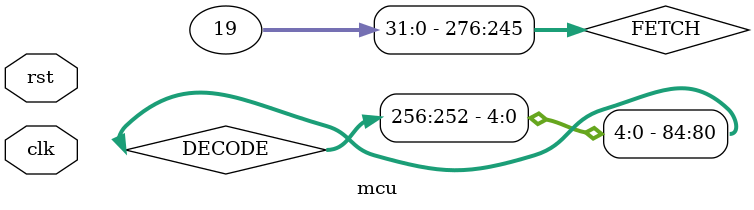
<source format=sv>
`timescale 1ns / 1ps
typedef struct packed {
    // data
    logic [31:0]    pc_jalr,
                    pc_branch,
                    pc_jal;
    logic [31:0]    instr, //current instruction
                    pc, // current pc
                    pc_4; // pc + 4
    logic [31:0]    rs1, //read out from regfile
                    rs2, //read out from regfile 2
                    imm; // generated immediate
    logic [4:0]     rf_wa; //write address for regfile
    logic [31:0]    alu_res, //result of ALU
                    mem_data; //data read from memory
    // ctrl
    logic [2:0]     pc_ctrl; //mux control for PC
    logic [2:0]     imm_ctrl; //mux control for Immediate Gen
    logic           rf_we; //write enable for regfile
    logic [1:0]     rf_wr_ctrl; //mux control for regfile
    logic           alu_a_ctrl, //mux control for a input to ALU
                    alu_b_ctrl; //mux control for b input to ALU
    logic [3:0]     alu_ctrl; //mux control for ALU operation
    logic           mem_we; //write enable to memory
} preg_t; //pipelined register

module mcu(
    input clk, rst
    );

    preg_t          FETCH, DECODE, EXEC, MEM, WRITE; //pipelined registers for each stage
    wire            br_eq, br_lt, br_ltu; //branch condition outputs
    wire [2:0]      pc_ctrl;
    wire            pc_we_raw;
    wire            pc_we;
    wire            alu_zero; //whether ALU returns 0
    wire [1:0] exec_fw_a , exec_fw_b;
    wire       dec_fw_a , dec_fw_b;
    wire imem_ctrl;
    logic [31:0]    d_instr;
    
    initial begin //initialize nops in each pipline register
        FETCH.instr <= 32'h00000013;
        DECODE.instr <= 32'h00000013;
        EXEC.instr <= 32'h00000013;
        MEM.instr <= 32'h00000013;
        WRITE.instr <= 32'h00000013;
    end
    
    pc PC( // program counter
        clk, 
        rst,
        pc_we,
        
        pc_ctrl,
        DECODE.pc_jalr,
        DECODE.pc_branch,
        DECODE.pc_jal,
        //outputs
        FETCH.pc,
        FETCH.pc_4
    );
    
    imem IMEM( //instruction memory
        FETCH.pc,
        imem_ctrl,
        //outputs
        FETCH.instr
    );
    
    always_ff @(posedge clk) begin
        DECODE.instr <= d_instr; //propogate stages
        DECODE.pc <= FETCH.pc;
        DECODE.pc_4 <= FETCH.pc_4;
    end
    
    stall_unit STALL_UNIT(
        FETCH.instr,
        DECODE.rf_wr_ctrl,
        DECODE.rf_wa,
        EXEC.rf_wr_ctrl,
        EXEC.rf_wa,
        pc_we_raw,
        
        d_instr,
        pc_we
    );
    
    branch_cond_gen BRANCH_COND_GEN( //branch condition generator
        DECODE.rs1, //read 1 from regfile
        DECODE.rs2, //read 2 from regfile
        //outputs
        br_eq, //branch condition checks
        br_lt,
        br_ltu
    );

    ctrl_unit CTRL_UNIT( //control unit for pipeline registers
        br_eq, //branch conditions
        br_lt,
        br_ltu,
        DECODE.instr[6:0], //inputting opcodes separately
        DECODE.instr[30],
        DECODE.instr[14:12],
        //outputs        
        DECODE.alu_ctrl, //ALU operation mux
        pc_ctrl, //PC mux
        DECODE.alu_a_ctrl, //ALU input muxes
        DECODE.alu_b_ctrl, 
        DECODE.rf_wr_ctrl, //regfile write mux
        DECODE.imm_ctrl, //immediate generator mux
        DECODE.mem_we, //memory write enable
        DECODE.rf_we, //regfile write enable
        imem_ctrl,
        pc_we_raw
    );
    
    regfile REGFILE(
        clk,
        WRITE.rf_we, //regfile write enable (during write stage)
        DECODE.instr[19:15], //instruction pieces
        DECODE.instr[24:20],
        WRITE.rf_wa, //regfile write address (during write stage)
        
        WRITE.rf_wr_ctrl, //regfile input mux control 
        WRITE.alu_res, //ALU result
        WRITE.mem_data, //data read from memory
        WRITE.pc_4, //pc + 4
        
        dec_fw_a,
        dec_fw_a,
        MEM.alu_res,
        
        //outputs
        DECODE.rs1, //read registers (during DECODE stage)
        DECODE.rs2 
    );
    
    imm_gen IMM_GEN( //immediate generator
        DECODE.instr, //instruction
        DECODE.imm_ctrl, //immediate selector
        //outputs
        DECODE.imm //immediate (selected by a MUX based on immctrl based on instr)
    );
    
    branch_addr_gen BRANCH_GEN( //branch address generator
        DECODE.pc, //pc
        DECODE.rs1, //read 1 from regfile
        DECODE.imm, //generated immediate
        //outputs
        DECODE.pc_jalr, //pc mux inputs
        DECODE.pc_branch,
        DECODE.pc_jal
    );
    assign DECODE.rf_wa = DECODE.instr[11:7]; //set write address during DECODE stage
    
    always_ff @(posedge clk) begin
        EXEC.pc_jalr <= DECODE.pc_jalr; //propogate information to next pipeline register
        EXEC.pc_branch <= DECODE.pc_branch;
        EXEC.pc_jal <= DECODE.pc_jal;
        EXEC.instr <= DECODE.instr;
        EXEC.pc <= DECODE.pc;
        EXEC.pc_4 <= DECODE.pc_4;
        EXEC.rs1 <= DECODE.rs1;
        EXEC.rs2 <= DECODE.rs2;
        EXEC.imm <= DECODE.imm;
        EXEC.rf_wa <= DECODE.rf_wa;
        EXEC.mem_data <= DECODE.mem_data;
        EXEC.pc_ctrl <= DECODE.pc_ctrl;
        EXEC.imm_ctrl <= DECODE.imm_ctrl;
        EXEC.rf_we <= DECODE.rf_we;
        EXEC.rf_wr_ctrl <= DECODE.rf_wr_ctrl;
        EXEC.alu_a_ctrl <= DECODE.alu_a_ctrl;
        EXEC.alu_b_ctrl <= DECODE.alu_b_ctrl;
        EXEC.alu_ctrl <= DECODE.alu_ctrl;
        EXEC.mem_we <= DECODE.mem_we;
    end
    
    alu ALU( //arithmetic logic unit
        EXEC.alu_a_ctrl, //input selectors
        EXEC.alu_b_ctrl, 
        EXEC.alu_ctrl, //operation selector
        EXEC.rs1, //inputs
        EXEC.pc,
        EXEC.rs2,
        EXEC.imm,
        
        exec_fw_a,
        exec_fw_a,
        WRITE.mem_data,
        WRITE.alu_res,
        MEM.alu_res,
        WRITE.rf_wr_ctrl,
        //outputs
        alu_zero, //if zero
        EXEC.alu_res, //result
        MEM.rs2
    );
    
    always_ff @(posedge clk) begin
        MEM.pc_jalr <= EXEC.pc_jalr; //propogate information to next pipeline register
        MEM.pc_branch <= EXEC.pc_branch;
        MEM.pc_jal <= EXEC.pc_jal;
        MEM.instr <= EXEC.instr;
        MEM.pc <= EXEC.pc;
        MEM.pc_4 <= EXEC.pc_4;
        MEM.rs1 <= EXEC.rs1;
        MEM.rs2 <= EXEC.rs2;
        MEM.imm <= EXEC.imm;
        MEM.rf_wa <= EXEC.rf_wa;
        MEM.alu_res <= EXEC.alu_res;
        MEM.pc_ctrl <= EXEC.pc_ctrl;
        MEM.imm_ctrl <= EXEC.imm_ctrl;
        MEM.rf_we <= EXEC.rf_we;
        MEM.rf_wr_ctrl <= EXEC.rf_wr_ctrl;
        MEM.alu_a_ctrl <= EXEC.alu_a_ctrl;
        MEM.alu_b_ctrl <= EXEC.alu_b_ctrl;
        MEM.alu_ctrl <= EXEC.alu_ctrl;
        MEM.mem_we <= EXEC.mem_we;
    end


    dmem DMEM( //data memory
        clk,
        MEM.mem_we, //write enable for memory
        MEM.alu_res, //result of ALU
        WRITE.rs2, //read from regfile
        //outputs
        MEM.mem_data //data read from memory
    );

    always_ff @(posedge clk) begin
        WRITE.pc_jalr <= MEM.pc_jalr; //propogate information to next pipeline register
        WRITE.pc_branch <= MEM.pc_branch;
        WRITE.pc_jal <= MEM.pc_jal;
        WRITE.instr <= MEM.instr;
        WRITE.pc <= MEM.pc;
        WRITE.pc_4 <= MEM.pc_4;
        WRITE.rs1 <= MEM.rs1;
        WRITE.rs2 <= MEM.rs2;
        WRITE.imm <= MEM.imm;
        WRITE.rf_wa <= MEM.rf_wa;
        WRITE.alu_res <= MEM.alu_res;
        WRITE.mem_data <= MEM.mem_data;
        WRITE.pc_ctrl <= MEM.pc_ctrl;
        WRITE.imm_ctrl <= MEM.imm_ctrl;
        WRITE.rf_we <= MEM.rf_we;
        WRITE.rf_wr_ctrl <= MEM.rf_wr_ctrl;
        WRITE.alu_a_ctrl <= MEM.alu_a_ctrl;
        WRITE.alu_b_ctrl <= MEM.alu_b_ctrl;
        WRITE.alu_ctrl <= MEM.alu_ctrl;
        WRITE.mem_we <= MEM.mem_we;
    end
    
    forward_unit FORWARD_UNIT(
        EXEC.instr[19:15],
        EXEC.instr[24:20],
        DECODE.instr[19:15],
        DECODE.instr[19:15],
        MEM.rf_wa,
        WRITE.rf_wa,
        MEM.rf_wr_ctrl,
        EXEC.instr,
        DECODE.instr,
        MEM.instr,
        
        forward_a,
        forward_b
    );
    
    
endmodule

</source>
